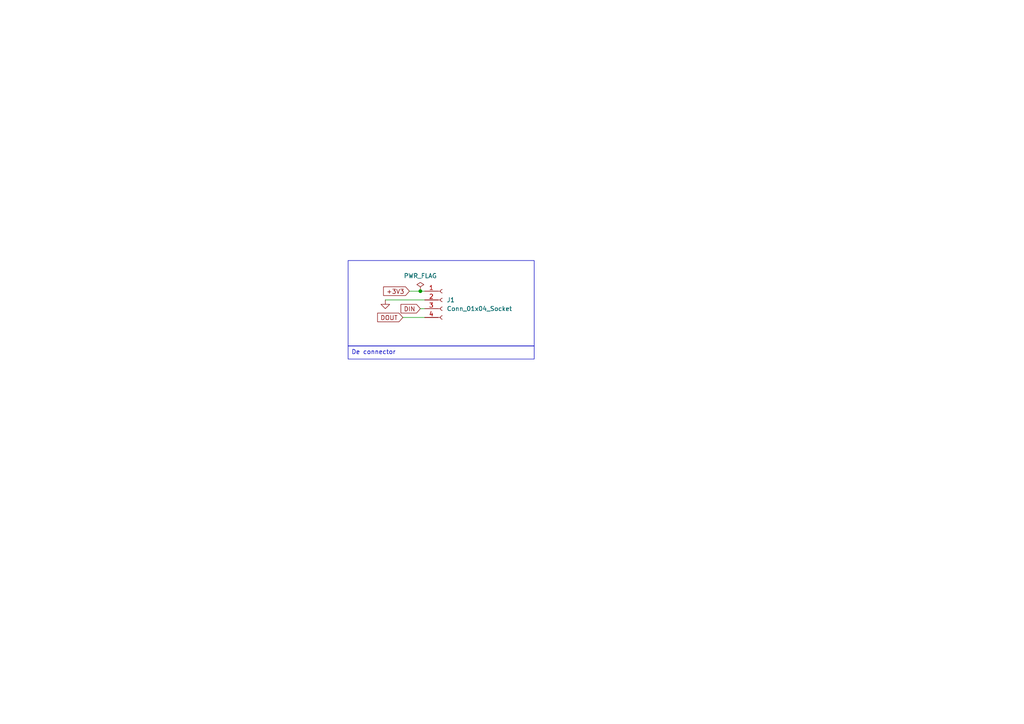
<source format=kicad_sch>
(kicad_sch (version 20230121) (generator eeschema)
  (paper "A4")
  (lib_symbols
    (symbol "Connector:Conn_01x04_Socket" (pin_names (offset 1.016) hide)
      (property "Reference" "J" (at 0 5.08 0))
      (property "Value" "Conn_01x04_Socket" (at 0 -7.62 0))
      (symbol "Conn_01x04_Socket_1_1"
        (arc (start 0 -4.572) (mid -0.5058 -5.08) (end 0 -5.588) (stroke (width 0.1524)))
        (arc (start 0 -2.032) (mid -0.5058 -2.54) (end 0 -3.048) (stroke (width 0.1524)))
        (polyline (pts (xy -1.27 -5.08) (xy -0.508 -5.08)) (stroke (width 0.1524)))
        (polyline (pts (xy -1.27 -2.54) (xy -0.508 -2.54)) (stroke (width 0.1524)))
        (polyline (pts (xy -1.27 0) (xy -0.508 0)) (stroke (width 0.1524)))
        (polyline (pts (xy -1.27 2.54) (xy -0.508 2.54)) (stroke (width 0.1524)))
        (arc (start 0 0.508) (mid -0.5058 0) (end 0 -0.508) (stroke (width 0.1524)))
        (arc (start 0 3.048) (mid -0.5058 2.54) (end 0 2.032) (stroke (width 0.1524)))
        (pin passive line (at -5.08 2.54 0) (length 3.81) (name "Pin_1") (number "1"))
        (pin passive line (at -5.08 0 0) (length 3.81) (name "Pin_2") (number "2"))
        (pin passive line (at -5.08 -2.54 0) (length 3.81) (name "Pin_3") (number "3"))
        (pin passive line (at -5.08 -5.08 0) (length 3.81) (name "Pin_4") (number "4"))
      )
    )
    (symbol "power:GND" (power) (pin_names (offset 0))
      (property "Value" "GND" (at 0 -3.81 0))
      (symbol "GND_0_1"
        (polyline (pts (xy 0 0) (xy 0 -1.27) (xy 1.27 -1.27) (xy 0 -2.54) (xy -1.27 -1.27) (xy 0 -1.27)))
      )
      (symbol "GND_1_1"
        (pin power_in line (at 0 0 270) (length 0) hide (name "GND") (number "1"))
      )
    )
    (symbol "power:PWR_FLAG" (power) (pin_numbers hide) (pin_names (offset 0) hide)
      (property "Value" "PWR_FLAG" (at 0 3.81 0))
      (symbol "PWR_FLAG_0_0"
        (pin power_out line (at 0 0 90) (length 0) (name "pwr") (number "1"))
      )
      (symbol "PWR_FLAG_0_1"
        (polyline (pts (xy 0 0) (xy 0 1.27) (xy -1.016 1.905) (xy 0 2.54) (xy 1.016 1.905) (xy 0 1.27)))
      )
    )
  )
  (junction (at 121.92 84.455))
  (wire (pts (xy 118.745 84.455) (xy 121.92 84.455)))
  (wire (pts (xy 121.92 89.535) (xy 123.19 89.535)))
  (wire (pts (xy 121.92 84.455) (xy 123.19 84.455)))
  (wire (pts (xy 111.76 86.995) (xy 123.19 86.995)))
  (wire (pts (xy 116.84 92.075) (xy 123.19 92.075)))
  (rectangle (start 100.965 75.565) (end 154.94 100.33))
  (text_box "De connector" (at 100.965 100.33 0) (size 53.975 3.81) (effects (font (size 1.27 1.27)) (justify left top)))
  (global_label "+3V3" (shape input) (at 118.745 84.455 180) (property "Intersheetrefs" "${INTERSHEET_REFS}" (effects hide)))
  (global_label "DIN" (shape input) (at 121.92 89.535 180) (property "Intersheetrefs" "${INTERSHEET_REFS}" (effects hide)))
  (global_label "DOUT" (shape input) (at 116.84 92.075 180) (property "Intersheetrefs" "${INTERSHEET_REFS}" (effects hide)))
  (symbol (lib_id "power:GND") (at 111.76 86.995 0) (unit 1)
    (property "Reference" "#PWR076" (effects hide))
    (property "Value" "GND" (effects hide))
  )
  (symbol (lib_id "power:PWR_FLAG") (at 121.92 84.455 0) (unit 1)
    (property "Reference" "#FLG01" (effects hide))
    (property "Value" "PWR_FLAG" (at 121.92 80.01 0))
  )
  (symbol (lib_id "Connector:Conn_01x04_Socket") (at 128.27 86.995 0) (unit 1)
    (property "Reference" "J1" (at 129.54 86.995 0) (effects (justify left)))
    (property "Value" "Conn_01x04_Socket" (at 129.54 89.535 0) (effects (justify left)))
    (property "Footprint" "Connector_PinHeader_2.54mm:PinHeader_1x04_P2.54mm_Vertical" (effects hide))
  )
)
</source>
